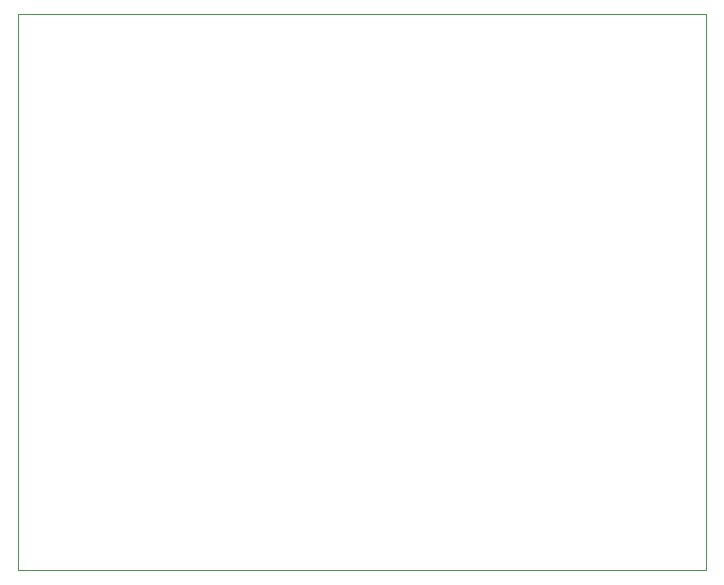
<source format=gbr>
%TF.GenerationSoftware,KiCad,Pcbnew,7.0.10*%
%TF.CreationDate,2024-11-13T12:28:53-05:00*%
%TF.ProjectId,pmodThingy,706d6f64-5468-4696-9e67-792e6b696361,rev?*%
%TF.SameCoordinates,Original*%
%TF.FileFunction,Profile,NP*%
%FSLAX46Y46*%
G04 Gerber Fmt 4.6, Leading zero omitted, Abs format (unit mm)*
G04 Created by KiCad (PCBNEW 7.0.10) date 2024-11-13 12:28:53*
%MOMM*%
%LPD*%
G01*
G04 APERTURE LIST*
%TA.AperFunction,Profile*%
%ADD10C,0.100000*%
%TD*%
G04 APERTURE END LIST*
D10*
X115824000Y-44450000D02*
X174117000Y-44450000D01*
X174117000Y-91567000D01*
X115824000Y-91567000D01*
X115824000Y-44450000D01*
M02*

</source>
